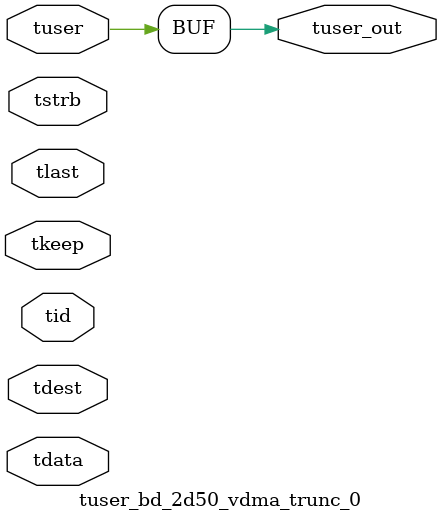
<source format=v>


`timescale 1ps/1ps

module tuser_bd_2d50_vdma_trunc_0 #
(
parameter C_S_AXIS_TUSER_WIDTH = 1,
parameter C_S_AXIS_TDATA_WIDTH = 32,
parameter C_S_AXIS_TID_WIDTH   = 0,
parameter C_S_AXIS_TDEST_WIDTH = 0,
parameter C_M_AXIS_TUSER_WIDTH = 1
)
(
input  [(C_S_AXIS_TUSER_WIDTH == 0 ? 1 : C_S_AXIS_TUSER_WIDTH)-1:0     ] tuser,
input  [(C_S_AXIS_TDATA_WIDTH == 0 ? 1 : C_S_AXIS_TDATA_WIDTH)-1:0     ] tdata,
input  [(C_S_AXIS_TID_WIDTH   == 0 ? 1 : C_S_AXIS_TID_WIDTH)-1:0       ] tid,
input  [(C_S_AXIS_TDEST_WIDTH == 0 ? 1 : C_S_AXIS_TDEST_WIDTH)-1:0     ] tdest,
input  [(C_S_AXIS_TDATA_WIDTH/8)-1:0 ] tkeep,
input  [(C_S_AXIS_TDATA_WIDTH/8)-1:0 ] tstrb,
input                                                                    tlast,
output [C_M_AXIS_TUSER_WIDTH-1:0] tuser_out
);

assign tuser_out = {tuser[5:0]};

endmodule


</source>
